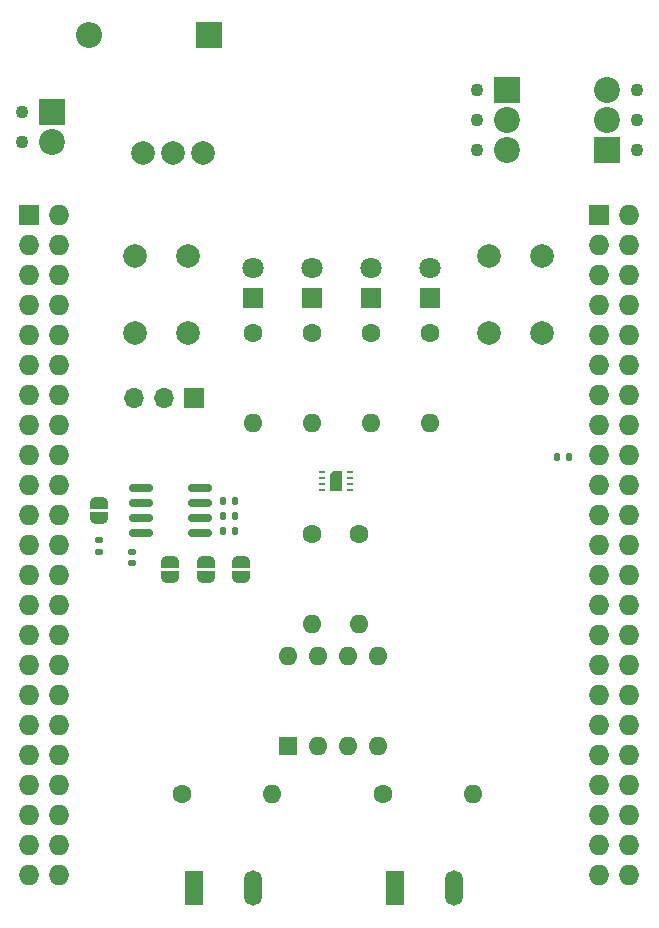
<source format=gbr>
%TF.GenerationSoftware,KiCad,Pcbnew,6.0.5+dfsg-1~bpo11+1*%
%TF.CreationDate,2022-07-02T08:21:51+00:00*%
%TF.ProjectId,bbbalarm,62626261-6c61-4726-9d2e-6b696361645f,rev?*%
%TF.SameCoordinates,Original*%
%TF.FileFunction,Soldermask,Top*%
%TF.FilePolarity,Negative*%
%FSLAX46Y46*%
G04 Gerber Fmt 4.6, Leading zero omitted, Abs format (unit mm)*
G04 Created by KiCad (PCBNEW 6.0.5+dfsg-1~bpo11+1) date 2022-07-02 08:21:51*
%MOMM*%
%LPD*%
G01*
G04 APERTURE LIST*
G04 Aperture macros list*
%AMRoundRect*
0 Rectangle with rounded corners*
0 $1 Rounding radius*
0 $2 $3 $4 $5 $6 $7 $8 $9 X,Y pos of 4 corners*
0 Add a 4 corners polygon primitive as box body*
4,1,4,$2,$3,$4,$5,$6,$7,$8,$9,$2,$3,0*
0 Add four circle primitives for the rounded corners*
1,1,$1+$1,$2,$3*
1,1,$1+$1,$4,$5*
1,1,$1+$1,$6,$7*
1,1,$1+$1,$8,$9*
0 Add four rect primitives between the rounded corners*
20,1,$1+$1,$2,$3,$4,$5,0*
20,1,$1+$1,$4,$5,$6,$7,0*
20,1,$1+$1,$6,$7,$8,$9,0*
20,1,$1+$1,$8,$9,$2,$3,0*%
%AMFreePoly0*
4,1,22,0.500000,-0.750000,0.000000,-0.750000,0.000000,-0.745033,-0.079941,-0.743568,-0.215256,-0.701293,-0.333266,-0.622738,-0.424486,-0.514219,-0.481581,-0.384460,-0.499164,-0.250000,-0.500000,-0.250000,-0.500000,0.250000,-0.499164,0.250000,-0.499963,0.256109,-0.478152,0.396186,-0.417904,0.524511,-0.324060,0.630769,-0.204165,0.706417,-0.067858,0.745374,0.000000,0.744959,0.000000,0.750000,
0.500000,0.750000,0.500000,-0.750000,0.500000,-0.750000,$1*%
%AMFreePoly1*
4,1,20,0.000000,0.744959,0.073905,0.744508,0.209726,0.703889,0.328688,0.626782,0.421226,0.519385,0.479903,0.390333,0.500000,0.250000,0.500000,-0.250000,0.499851,-0.262216,0.476331,-0.402017,0.414519,-0.529596,0.319384,-0.634700,0.198574,-0.708877,0.061801,-0.746166,0.000000,-0.745033,0.000000,-0.750000,-0.500000,-0.750000,-0.500000,0.750000,0.000000,0.750000,0.000000,0.744959,
0.000000,0.744959,$1*%
%AMFreePoly2*
4,1,6,0.500000,-0.850000,-0.500000,-0.850000,-0.500000,0.550000,-0.200000,0.850000,0.500000,0.850000,0.500000,-0.850000,0.500000,-0.850000,$1*%
G04 Aperture macros list end*
%ADD10R,1.727200X1.727200*%
%ADD11O,1.727200X1.727200*%
%ADD12RoundRect,0.140000X-0.170000X0.140000X-0.170000X-0.140000X0.170000X-0.140000X0.170000X0.140000X0*%
%ADD13FreePoly0,270.000000*%
%ADD14FreePoly1,270.000000*%
%ADD15FreePoly0,90.000000*%
%ADD16FreePoly1,90.000000*%
%ADD17RoundRect,0.135000X0.135000X0.185000X-0.135000X0.185000X-0.135000X-0.185000X0.135000X-0.185000X0*%
%ADD18RoundRect,0.135000X0.185000X-0.135000X0.185000X0.135000X-0.185000X0.135000X-0.185000X-0.135000X0*%
%ADD19C,2.000000*%
%ADD20RoundRect,0.150000X0.825000X0.150000X-0.825000X0.150000X-0.825000X-0.150000X0.825000X-0.150000X0*%
%ADD21C,1.100000*%
%ADD22R,2.200000X2.200000*%
%ADD23C,2.200000*%
%ADD24O,2.200000X2.200000*%
%ADD25R,1.800000X1.800000*%
%ADD26C,1.800000*%
%ADD27R,1.500000X3.000000*%
%ADD28O,1.500000X3.000000*%
%ADD29C,1.600000*%
%ADD30O,1.600000X1.600000*%
%ADD31R,1.600000X1.600000*%
%ADD32R,1.700000X1.700000*%
%ADD33O,1.700000X1.700000*%
%ADD34R,0.550000X0.250000*%
%ADD35FreePoly2,0.000000*%
G04 APERTURE END LIST*
D10*
%TO.C,P8*%
X164630100Y-62382400D03*
D11*
X167170100Y-62382400D03*
X164630100Y-64922400D03*
X167170100Y-64922400D03*
X164630100Y-67462400D03*
X167170100Y-67462400D03*
X164630100Y-70002400D03*
X167170100Y-70002400D03*
X164630100Y-72542400D03*
X167170100Y-72542400D03*
X164630100Y-75082400D03*
X167170100Y-75082400D03*
X164630100Y-77622400D03*
X167170100Y-77622400D03*
X164630100Y-80162400D03*
X167170100Y-80162400D03*
X164630100Y-82702400D03*
X167170100Y-82702400D03*
X164630100Y-85242400D03*
X167170100Y-85242400D03*
X164630100Y-87782400D03*
X167170100Y-87782400D03*
X164630100Y-90322400D03*
X167170100Y-90322400D03*
X164630100Y-92862400D03*
X167170100Y-92862400D03*
X164630100Y-95402400D03*
X167170100Y-95402400D03*
X164630100Y-97942400D03*
X167170100Y-97942400D03*
X164630100Y-100482400D03*
X167170100Y-100482400D03*
X164630100Y-103022400D03*
X167170100Y-103022400D03*
X164630100Y-105562400D03*
X167170100Y-105562400D03*
X164630100Y-108102400D03*
X167170100Y-108102400D03*
X164630100Y-110642400D03*
X167170100Y-110642400D03*
X164630100Y-113182400D03*
X167170100Y-113182400D03*
X164630100Y-115722400D03*
X167170100Y-115722400D03*
X164630100Y-118262400D03*
X167170100Y-118262400D03*
%TD*%
D12*
%TO.C,C101*%
X125120100Y-90902400D03*
X125120100Y-91862400D03*
%TD*%
D13*
%TO.C,JP105*%
X128370100Y-91732400D03*
D14*
X128370100Y-93032400D03*
%TD*%
D13*
%TO.C,JP107*%
X134370100Y-91732400D03*
D14*
X134370100Y-93032400D03*
%TD*%
D15*
%TO.C,JP108*%
X122370100Y-88032400D03*
D16*
X122370100Y-86732400D03*
%TD*%
D17*
%TO.C,R101*%
X133880100Y-86632400D03*
X132860100Y-86632400D03*
%TD*%
%TO.C,R102*%
X133880100Y-87882400D03*
X132860100Y-87882400D03*
%TD*%
D18*
%TO.C,R104*%
X122370100Y-90892400D03*
X122370100Y-89872400D03*
%TD*%
D19*
%TO.C,SW101*%
X155370100Y-65882400D03*
X155370100Y-72382400D03*
X159870100Y-72382400D03*
X159870100Y-65882400D03*
%TD*%
%TO.C,SW102*%
X125370100Y-72382400D03*
X125370100Y-65882400D03*
X129870100Y-65882400D03*
X129870100Y-72382400D03*
%TD*%
D20*
%TO.C,U103*%
X130845100Y-89287400D03*
X130845100Y-88017400D03*
X130845100Y-86747400D03*
X130845100Y-85477400D03*
X125895100Y-85477400D03*
X125895100Y-86747400D03*
X125895100Y-88017400D03*
X125895100Y-89287400D03*
%TD*%
D17*
%TO.C,R103*%
X133880100Y-89132400D03*
X132860100Y-89132400D03*
%TD*%
D13*
%TO.C,JP106*%
X131370100Y-91732400D03*
D14*
X131370100Y-93032400D03*
%TD*%
D21*
%TO.C,J102*%
X115830100Y-53632400D03*
X115830100Y-56172400D03*
D22*
X118370100Y-53632400D03*
D23*
X118370100Y-56172400D03*
%TD*%
D19*
%TO.C,U104*%
X126080100Y-57132400D03*
X128620100Y-57132400D03*
X131160100Y-57132400D03*
%TD*%
D22*
%TO.C,D114*%
X131620100Y-47132400D03*
D24*
X121460100Y-47132400D03*
%TD*%
D25*
%TO.C,D101*%
X135370100Y-69382400D03*
D26*
X135370100Y-66842400D03*
%TD*%
D25*
%TO.C,D102*%
X140370100Y-69382400D03*
D26*
X140370100Y-66842400D03*
%TD*%
D25*
%TO.C,D103*%
X145370100Y-69382400D03*
D26*
X145370100Y-66842400D03*
%TD*%
D25*
%TO.C,D104*%
X150370100Y-69382400D03*
D26*
X150370100Y-66842400D03*
%TD*%
D27*
%TO.C,J101*%
X130370100Y-119382400D03*
D28*
X135370100Y-119382400D03*
%TD*%
D27*
%TO.C,J103*%
X147370100Y-119382400D03*
D28*
X152370100Y-119382400D03*
%TD*%
D29*
%TO.C,R105*%
X135370100Y-72382400D03*
D30*
X135370100Y-80002400D03*
%TD*%
D29*
%TO.C,R106*%
X140370100Y-72382400D03*
D30*
X140370100Y-80002400D03*
%TD*%
D29*
%TO.C,R107*%
X145370100Y-72382400D03*
D30*
X145370100Y-80002400D03*
%TD*%
D29*
%TO.C,R108*%
X150370100Y-72382400D03*
D30*
X150370100Y-80002400D03*
%TD*%
D29*
%TO.C,R109*%
X140370100Y-89382400D03*
D30*
X140370100Y-97002400D03*
%TD*%
D29*
%TO.C,R110*%
X144370100Y-89382400D03*
D30*
X144370100Y-97002400D03*
%TD*%
D29*
%TO.C,R111*%
X129370100Y-111382400D03*
D30*
X136990100Y-111382400D03*
%TD*%
D29*
%TO.C,R112*%
X146370100Y-111382400D03*
D30*
X153990100Y-111382400D03*
%TD*%
D21*
%TO.C,J105*%
X167910100Y-51802400D03*
X167910100Y-54342400D03*
X167910100Y-56882400D03*
D22*
X165370100Y-56882400D03*
D23*
X165370100Y-54342400D03*
X165370100Y-51802400D03*
%TD*%
D31*
%TO.C,U101*%
X138370100Y-107382400D03*
D30*
X140910100Y-107382400D03*
X143450100Y-107382400D03*
X145990100Y-107382400D03*
X145990100Y-99762400D03*
X143450100Y-99762400D03*
X140910100Y-99762400D03*
X138370100Y-99762400D03*
%TD*%
D10*
%TO.C,P9*%
X116370100Y-62382400D03*
D11*
X118910100Y-62382400D03*
X116370100Y-64922400D03*
X118910100Y-64922400D03*
X116370100Y-67462400D03*
X118910100Y-67462400D03*
X116370100Y-70002400D03*
X118910100Y-70002400D03*
X116370100Y-72542400D03*
X118910100Y-72542400D03*
X116370100Y-75082400D03*
X118910100Y-75082400D03*
X116370100Y-77622400D03*
X118910100Y-77622400D03*
X116370100Y-80162400D03*
X118910100Y-80162400D03*
X116370100Y-82702400D03*
X118910100Y-82702400D03*
X116370100Y-85242400D03*
X118910100Y-85242400D03*
X116370100Y-87782400D03*
X118910100Y-87782400D03*
X116370100Y-90322400D03*
X118910100Y-90322400D03*
X116370100Y-92862400D03*
X118910100Y-92862400D03*
X116370100Y-95402400D03*
X118910100Y-95402400D03*
X116370100Y-97942400D03*
X118910100Y-97942400D03*
X116370100Y-100482400D03*
X118910100Y-100482400D03*
X116370100Y-103022400D03*
X118910100Y-103022400D03*
X116370100Y-105562400D03*
X118910100Y-105562400D03*
X116370100Y-108102400D03*
X118910100Y-108102400D03*
X116370100Y-110642400D03*
X118910100Y-110642400D03*
X116370100Y-113182400D03*
X118910100Y-113182400D03*
X116370100Y-115722400D03*
X118910100Y-115722400D03*
X116370100Y-118262400D03*
X118910100Y-118262400D03*
%TD*%
D21*
%TO.C,J104*%
X154330100Y-56922400D03*
X154330100Y-51842400D03*
X154330100Y-54382400D03*
D22*
X156870100Y-51842400D03*
D23*
X156870100Y-54382400D03*
X156870100Y-56922400D03*
%TD*%
D17*
%TO.C,R113*%
X162130100Y-82882400D03*
X161110100Y-82882400D03*
%TD*%
D32*
%TO.C,J106*%
X130370100Y-77882400D03*
D33*
X127830100Y-77882400D03*
X125290100Y-77882400D03*
%TD*%
D34*
%TO.C,U102*%
X141195100Y-84132400D03*
X141195100Y-84632400D03*
X141195100Y-85132400D03*
X141195100Y-85632400D03*
X143545100Y-85632400D03*
X143545100Y-85132400D03*
X143545100Y-84632400D03*
X143545100Y-84132400D03*
D35*
X142370100Y-84882400D03*
%TD*%
M02*

</source>
